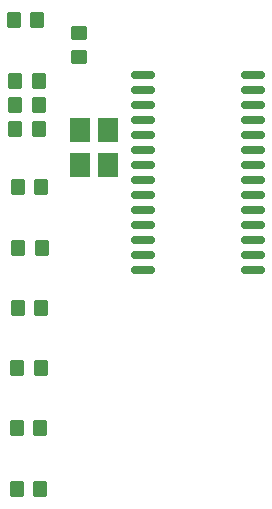
<source format=gbr>
%TF.GenerationSoftware,KiCad,Pcbnew,(6.0.1)*%
%TF.CreationDate,2022-02-13T18:34:14+00:00*%
%TF.ProjectId,module-processing,6d6f6475-6c65-42d7-9072-6f6365737369,rev?*%
%TF.SameCoordinates,Original*%
%TF.FileFunction,Paste,Bot*%
%TF.FilePolarity,Positive*%
%FSLAX46Y46*%
G04 Gerber Fmt 4.6, Leading zero omitted, Abs format (unit mm)*
G04 Created by KiCad (PCBNEW (6.0.1)) date 2022-02-13 18:34:14*
%MOMM*%
%LPD*%
G01*
G04 APERTURE LIST*
G04 Aperture macros list*
%AMRoundRect*
0 Rectangle with rounded corners*
0 $1 Rounding radius*
0 $2 $3 $4 $5 $6 $7 $8 $9 X,Y pos of 4 corners*
0 Add a 4 corners polygon primitive as box body*
4,1,4,$2,$3,$4,$5,$6,$7,$8,$9,$2,$3,0*
0 Add four circle primitives for the rounded corners*
1,1,$1+$1,$2,$3*
1,1,$1+$1,$4,$5*
1,1,$1+$1,$6,$7*
1,1,$1+$1,$8,$9*
0 Add four rect primitives between the rounded corners*
20,1,$1+$1,$2,$3,$4,$5,0*
20,1,$1+$1,$4,$5,$6,$7,0*
20,1,$1+$1,$6,$7,$8,$9,0*
20,1,$1+$1,$8,$9,$2,$3,0*%
G04 Aperture macros list end*
%ADD10RoundRect,0.250000X0.350000X0.450000X-0.350000X0.450000X-0.350000X-0.450000X0.350000X-0.450000X0*%
%ADD11RoundRect,0.250000X-0.350000X-0.450000X0.350000X-0.450000X0.350000X0.450000X-0.350000X0.450000X0*%
%ADD12RoundRect,0.250000X0.450000X-0.350000X0.450000X0.350000X-0.450000X0.350000X-0.450000X-0.350000X0*%
%ADD13RoundRect,0.150000X-0.875000X-0.150000X0.875000X-0.150000X0.875000X0.150000X-0.875000X0.150000X0*%
%ADD14R,1.800000X2.100000*%
G04 APERTURE END LIST*
D10*
%TO.C,R1*%
X131850000Y-29500000D03*
X129850000Y-29500000D03*
%TD*%
%TO.C,R3*%
X131975000Y-34625000D03*
X129975000Y-34625000D03*
%TD*%
%TO.C,R11*%
X131975000Y-36650000D03*
X129975000Y-36650000D03*
%TD*%
D11*
%TO.C,R9*%
X130200000Y-43575000D03*
X132200000Y-43575000D03*
%TD*%
%TO.C,R10*%
X130225000Y-48775000D03*
X132225000Y-48775000D03*
%TD*%
%TO.C,R12*%
X130200000Y-53875000D03*
X132200000Y-53875000D03*
%TD*%
%TO.C,R17*%
X130150000Y-58925000D03*
X132150000Y-58925000D03*
%TD*%
%TO.C,R19*%
X130125000Y-64050000D03*
X132125000Y-64050000D03*
%TD*%
%TO.C,R20*%
X130100000Y-69150000D03*
X132100000Y-69150000D03*
%TD*%
D12*
%TO.C,R22*%
X135400000Y-32600000D03*
X135400000Y-30600000D03*
%TD*%
D11*
%TO.C,R8*%
X129975000Y-38700000D03*
X131975000Y-38700000D03*
%TD*%
D13*
%TO.C,IC1*%
X140840000Y-50605000D03*
X140840000Y-49335000D03*
X140840000Y-48065000D03*
X140840000Y-46795000D03*
X140840000Y-45525000D03*
X140840000Y-44255000D03*
X140840000Y-42985000D03*
X140840000Y-41715000D03*
X140840000Y-40445000D03*
X140840000Y-39175000D03*
X140840000Y-37905000D03*
X140840000Y-36635000D03*
X140840000Y-35365000D03*
X140840000Y-34095000D03*
X150140000Y-34095000D03*
X150140000Y-35365000D03*
X150140000Y-36635000D03*
X150140000Y-37905000D03*
X150140000Y-39175000D03*
X150140000Y-40445000D03*
X150140000Y-41715000D03*
X150140000Y-42985000D03*
X150140000Y-44255000D03*
X150140000Y-45525000D03*
X150140000Y-46795000D03*
X150140000Y-48065000D03*
X150140000Y-49335000D03*
X150140000Y-50605000D03*
%TD*%
D14*
%TO.C,Y1*%
X137810000Y-38820000D03*
X137810000Y-41720000D03*
X135510000Y-41720000D03*
X135510000Y-38820000D03*
%TD*%
M02*

</source>
